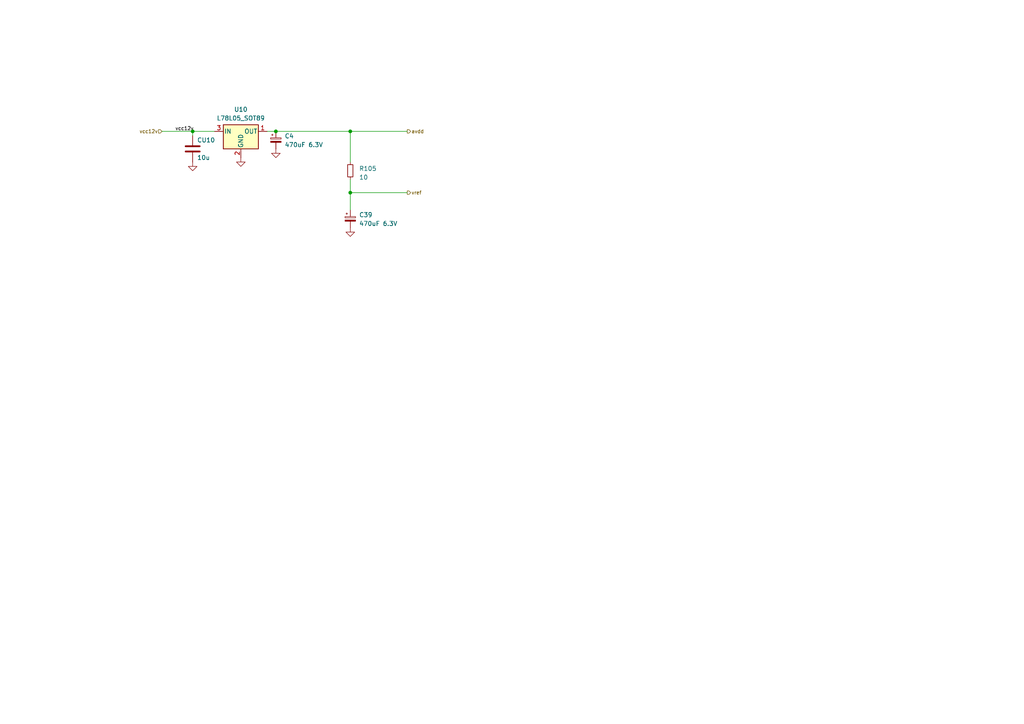
<source format=kicad_sch>
(kicad_sch (version 20231120) (generator "eeschema") (generator_version "8.0")
  (paper "A4")
  (lib_symbols
    (symbol "Device:C" (pin_numbers hide) (pin_names (offset 0.254))
      (property "Reference" "C" (at 0.635 2.54 0))
      (property "Value" "C" (at 0.635 -2.54 0))
      (symbol "C_0_1"
        (polyline (pts (xy -2.032 -0.762) (xy 2.032 -0.762)) (stroke (width 0.508)))
        (polyline (pts (xy -2.032 0.762) (xy 2.032 0.762)) (stroke (width 0.508)))
      )
      (symbol "C_1_1"
        (pin passive line (at 0 3.81 270) (length 2.794) (name "~") (number "1"))
        (pin passive line (at 0 -3.81 90) (length 2.794) (name "~") (number "2"))
      )
    )
    (symbol "Device:C_Polarized_Small" (pin_numbers hide) (pin_names (offset 0.254) hide)
      (property "Reference" "C" (at 0.254 1.778 0))
      (property "Value" "C_Polarized_Small" (at 0.254 -2.032 0))
      (symbol "C_Polarized_Small_0_1"
        (rectangle (start -1.524 -0.3048) (end 1.524 -0.6858) (fill (type outline)))
        (rectangle (start -1.524 0.6858) (end 1.524 0.3048))
        (polyline (pts (xy -1.27 1.524) (xy -0.762 1.524)))
        (polyline (pts (xy -1.016 1.27) (xy -1.016 1.778)))
      )
      (symbol "C_Polarized_Small_1_1"
        (pin passive line (at 0 2.54 270) (length 1.8542) (name "~") (number "1"))
        (pin passive line (at 0 -2.54 90) (length 1.8542) (name "~") (number "2"))
      )
    )
    (symbol "Device:R_Small" (pin_numbers hide) (pin_names (offset 0.254) hide)
      (property "Reference" "R" (at 0.762 0.508 0))
      (property "Value" "R_Small" (at 0.762 -1.016 0))
      (symbol "R_Small_0_1"
        (rectangle (start -0.762 1.778) (end 0.762 -1.778) (stroke (width 0.2032)))
      )
      (symbol "R_Small_1_1"
        (pin passive line (at 0 2.54 270) (length 0.762) (name "~") (number "1"))
        (pin passive line (at 0 -2.54 90) (length 0.762) (name "~") (number "2"))
      )
    )
    (symbol "Regulator_Linear:L78L05_SOT89" (pin_names (offset 0.254))
      (property "Reference" "U" (at -3.81 3.175 0))
      (property "Value" "L78L05_SOT89" (at -0.635 3.175 0))
      (symbol "L78L05_SOT89_0_1"
        (rectangle (start -5.08 1.905) (end 5.08 -5.08) (stroke (width 0.254)) (fill (type background)))
      )
      (symbol "L78L05_SOT89_1_1"
        (pin power_out line (at 7.62 0 180) (length 2.54) (name "OUT") (number "1"))
        (pin power_in line (at 0 -7.62 90) (length 2.54) (name "GND") (number "2"))
        (pin power_in line (at -7.62 0 0) (length 2.54) (name "IN") (number "3"))
      )
    )
    (symbol "power:GND" (power) (pin_numbers hide) (pin_names (offset 0) hide)
      (property "Value" "GND" (at 0 -3.81 0))
      (symbol "GND_0_1"
        (polyline (pts (xy 0 0) (xy 0 -1.27) (xy 1.27 -1.27) (xy 0 -2.54) (xy -1.27 -1.27) (xy 0 -1.27)))
      )
      (symbol "GND_1_1"
        (pin power_in line (at 0 0 270) (length 0) (name "~") (number "1"))
      )
    )
  )
  (junction (at 101.6 55.88))
  (junction (at 101.6 38.1))
  (junction (at 80.01 38.1))
  (junction (at 55.88 38.1))
  (wire (pts (xy 101.6 52.07) (xy 101.6 55.88)))
  (wire (pts (xy 101.6 55.88) (xy 118.11 55.88)))
  (wire (pts (xy 77.47 38.1) (xy 80.01 38.1)))
  (wire (pts (xy 46.99 38.1) (xy 55.88 38.1)))
  (wire (pts (xy 55.88 38.1) (xy 55.88 39.37)))
  (wire (pts (xy 80.01 38.1) (xy 101.6 38.1)))
  (wire (pts (xy 101.6 38.1) (xy 118.11 38.1)))
  (wire (pts (xy 101.6 38.1) (xy 101.6 46.99)))
  (wire (pts (xy 62.23 38.1) (xy 55.88 38.1)))
  (wire (pts (xy 101.6 55.88) (xy 101.6 60.96)))
  (label "vcc12v" (at 50.8 38.1 0) (effects (font (size 1.016 1.016))))
  (hierarchical_label "vref" (shape output) (at 118.11 55.88 0) (effects (font (size 1.016 1.016))))
  (hierarchical_label "avdd" (shape output) (at 118.11 38.1 0) (effects (font (size 1.016 1.016))))
  (hierarchical_label "vcc12v" (shape input) (at 46.99 38.1 180) (effects (font (size 1.016 1.016))))
  (symbol (lib_id "power:GND") (at 55.88 46.99 0) (unit 1)
    (property "Reference" "#PWR093" (effects (hide yes)))
    (property "Value" "GND" (effects (hide yes)))
  )
  (symbol (lib_id "Device:C_Polarized_Small") (at 101.6 63.5 0) (unit 1)
    (property "Reference" "C39" (at 104.14 62.3189 0) (effects (justify left)))
    (property "Value" "470uF 6.3V" (at 104.14 64.8589 0) (effects (justify left)))
    (property "Footprint" "invendelirium_general:CP_Radial_D6.3mm_P2.50mm" (effects (hide yes)))
    (property "PN" "A759EK477M0JAAE016" (effects (hide yes)))
  )
  (symbol (lib_id "Device:C") (at 55.88 43.18 0) (unit 1)
    (property "Reference" "CU10" (at 57.15 40.64 0) (effects (justify left)))
    (property "Value" "10u" (at 57.15 45.72 0) (effects (justify left)))
    (property "Footprint" "invendelirium_audio:C_0603_larger" (effects (hide yes)))
    (property "Voltage" "16V" (effects (hide yes)))
  )
  (symbol (lib_id "Device:C_Polarized_Small") (at 80.01 40.64 0) (unit 1)
    (property "Reference" "C4" (at 82.55 39.4589 0) (effects (justify left)))
    (property "Value" "470uF 6.3V" (at 82.55 41.9989 0) (effects (justify left)))
    (property "Footprint" "invendelirium_general:CP_Radial_D6.3mm_P2.50mm" (effects (hide yes)))
    (property "PN" "A759EK477M0JAAE016" (effects (hide yes)))
  )
  (symbol (lib_id "power:GND") (at 80.01 43.18 0) (unit 1)
    (property "Reference" "#PWR095" (effects (hide yes)))
    (property "Value" "GND" (effects (hide yes)))
  )
  (symbol (lib_id "power:GND") (at 69.85 45.72 0) (unit 1)
    (property "Reference" "#PWR094" (effects (hide yes)))
    (property "Value" "GND" (effects (hide yes)))
  )
  (symbol (lib_id "Regulator_Linear:L78L05_SOT89") (at 69.85 38.1 0) (unit 1)
    (property "Reference" "U10" (at 69.85 31.75 0))
    (property "Value" "L78L05_SOT89" (at 69.85 34.29 0))
    (property "Footprint" "Package_TO_SOT_SMD:SOT-89-3" (effects (hide yes)))
    (property "Datasheet" "http://www.st.com/content/ccc/resource/technical/document/datasheet/15/55/e5/aa/23/5b/43/fd/CD00000446.pdf/files/CD00000446.pdf/jcr:content/translations/en.CD00000446.pdf" (effects (hide yes)))
    (property "PN" "ua78l05acpke6" (effects (hide yes)))
  )
  (symbol (lib_id "power:GND") (at 101.6 66.04 0) (unit 1)
    (property "Reference" "#PWR089" (effects (hide yes)))
    (property "Value" "GND" (effects (hide yes)))
  )
  (symbol (lib_id "Device:R_Small") (at 101.6 49.53 180) (unit 1)
    (property "Reference" "R105" (at 104.14 48.895 0) (effects (justify right)))
    (property "Value" "10" (at 104.14 51.435 0) (effects (justify right)))
    (property "Footprint" "invendelirium_audio:R_0603" (effects (hide yes)))
  )
)
</source>
